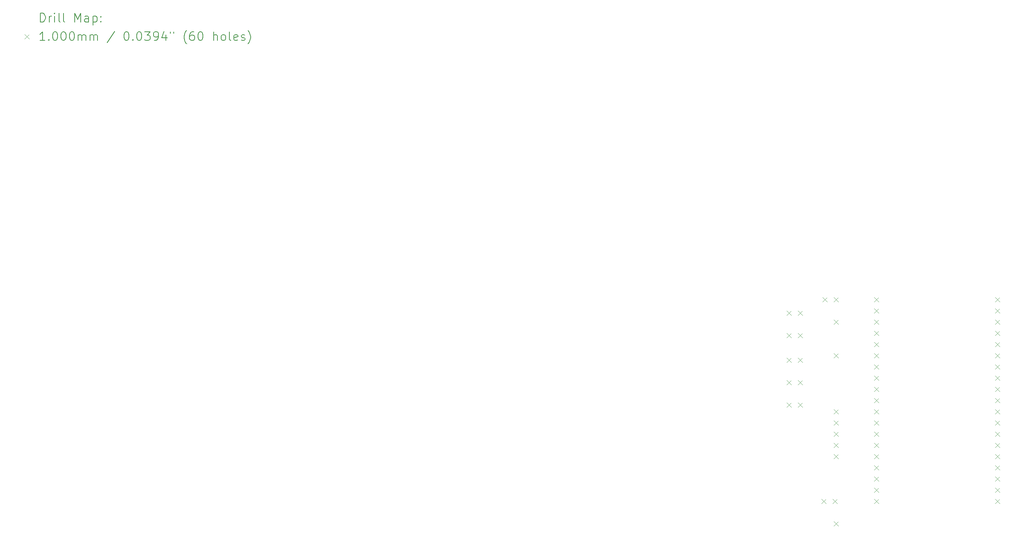
<source format=gbr>
%TF.GenerationSoftware,KiCad,Pcbnew,(6.0.7)*%
%TF.CreationDate,2022-12-08T14:28:34+01:00*%
%TF.ProjectId,_autosave-ExoTool,5f617574-6f73-4617-9665-2d45786f546f,rev?*%
%TF.SameCoordinates,Original*%
%TF.FileFunction,Drillmap*%
%TF.FilePolarity,Positive*%
%FSLAX45Y45*%
G04 Gerber Fmt 4.5, Leading zero omitted, Abs format (unit mm)*
G04 Created by KiCad (PCBNEW (6.0.7)) date 2022-12-08 14:28:34*
%MOMM*%
%LPD*%
G01*
G04 APERTURE LIST*
%ADD10C,0.200000*%
%ADD11C,0.100000*%
G04 APERTURE END LIST*
D10*
D11*
X17171200Y-6858800D02*
X17271200Y-6958800D01*
X17271200Y-6858800D02*
X17171200Y-6958800D01*
X17171200Y-7366800D02*
X17271200Y-7466800D01*
X17271200Y-7366800D02*
X17171200Y-7466800D01*
X17171200Y-7925600D02*
X17271200Y-8025600D01*
X17271200Y-7925600D02*
X17171200Y-8025600D01*
X17171200Y-8433600D02*
X17271200Y-8533600D01*
X17271200Y-8433600D02*
X17171200Y-8533600D01*
X17171200Y-8941600D02*
X17271200Y-9041600D01*
X17271200Y-8941600D02*
X17171200Y-9041600D01*
X17425200Y-6858800D02*
X17525200Y-6958800D01*
X17525200Y-6858800D02*
X17425200Y-6958800D01*
X17425200Y-7366800D02*
X17525200Y-7466800D01*
X17525200Y-7366800D02*
X17425200Y-7466800D01*
X17425200Y-7925600D02*
X17525200Y-8025600D01*
X17525200Y-7925600D02*
X17425200Y-8025600D01*
X17425200Y-8433600D02*
X17525200Y-8533600D01*
X17525200Y-8433600D02*
X17425200Y-8533600D01*
X17425200Y-8941600D02*
X17525200Y-9041600D01*
X17525200Y-8941600D02*
X17425200Y-9041600D01*
X17959100Y-11126000D02*
X18059100Y-11226000D01*
X18059100Y-11126000D02*
X17959100Y-11226000D01*
X17984000Y-6554000D02*
X18084000Y-6654000D01*
X18084000Y-6554000D02*
X17984000Y-6654000D01*
X18213100Y-11126000D02*
X18313100Y-11226000D01*
X18313100Y-11126000D02*
X18213100Y-11226000D01*
X18238000Y-6554000D02*
X18338000Y-6654000D01*
X18338000Y-6554000D02*
X18238000Y-6654000D01*
X18238000Y-7062000D02*
X18338000Y-7162000D01*
X18338000Y-7062000D02*
X18238000Y-7162000D01*
X18238000Y-7824000D02*
X18338000Y-7924000D01*
X18338000Y-7824000D02*
X18238000Y-7924000D01*
X18238000Y-9094000D02*
X18338000Y-9194000D01*
X18338000Y-9094000D02*
X18238000Y-9194000D01*
X18238000Y-9348000D02*
X18338000Y-9448000D01*
X18338000Y-9348000D02*
X18238000Y-9448000D01*
X18238000Y-9602000D02*
X18338000Y-9702000D01*
X18338000Y-9602000D02*
X18238000Y-9702000D01*
X18238000Y-9856000D02*
X18338000Y-9956000D01*
X18338000Y-9856000D02*
X18238000Y-9956000D01*
X18238000Y-10110000D02*
X18338000Y-10210000D01*
X18338000Y-10110000D02*
X18238000Y-10210000D01*
X18238000Y-11634000D02*
X18338000Y-11734000D01*
X18338000Y-11634000D02*
X18238000Y-11734000D01*
X19152400Y-6555000D02*
X19252400Y-6655000D01*
X19252400Y-6555000D02*
X19152400Y-6655000D01*
X19152400Y-6809000D02*
X19252400Y-6909000D01*
X19252400Y-6809000D02*
X19152400Y-6909000D01*
X19152400Y-7063000D02*
X19252400Y-7163000D01*
X19252400Y-7063000D02*
X19152400Y-7163000D01*
X19152400Y-7317000D02*
X19252400Y-7417000D01*
X19252400Y-7317000D02*
X19152400Y-7417000D01*
X19152400Y-7571000D02*
X19252400Y-7671000D01*
X19252400Y-7571000D02*
X19152400Y-7671000D01*
X19152400Y-7825000D02*
X19252400Y-7925000D01*
X19252400Y-7825000D02*
X19152400Y-7925000D01*
X19152400Y-8079000D02*
X19252400Y-8179000D01*
X19252400Y-8079000D02*
X19152400Y-8179000D01*
X19152400Y-8333000D02*
X19252400Y-8433000D01*
X19252400Y-8333000D02*
X19152400Y-8433000D01*
X19152400Y-8587000D02*
X19252400Y-8687000D01*
X19252400Y-8587000D02*
X19152400Y-8687000D01*
X19152400Y-8841000D02*
X19252400Y-8941000D01*
X19252400Y-8841000D02*
X19152400Y-8941000D01*
X19152400Y-9095000D02*
X19252400Y-9195000D01*
X19252400Y-9095000D02*
X19152400Y-9195000D01*
X19152400Y-9349000D02*
X19252400Y-9449000D01*
X19252400Y-9349000D02*
X19152400Y-9449000D01*
X19152400Y-9603000D02*
X19252400Y-9703000D01*
X19252400Y-9603000D02*
X19152400Y-9703000D01*
X19152400Y-9857000D02*
X19252400Y-9957000D01*
X19252400Y-9857000D02*
X19152400Y-9957000D01*
X19152400Y-10111000D02*
X19252400Y-10211000D01*
X19252400Y-10111000D02*
X19152400Y-10211000D01*
X19152400Y-10365000D02*
X19252400Y-10465000D01*
X19252400Y-10365000D02*
X19152400Y-10465000D01*
X19152400Y-10619000D02*
X19252400Y-10719000D01*
X19252400Y-10619000D02*
X19152400Y-10719000D01*
X19152400Y-10873000D02*
X19252400Y-10973000D01*
X19252400Y-10873000D02*
X19152400Y-10973000D01*
X19152400Y-11127000D02*
X19252400Y-11227000D01*
X19252400Y-11127000D02*
X19152400Y-11227000D01*
X21895600Y-6554000D02*
X21995600Y-6654000D01*
X21995600Y-6554000D02*
X21895600Y-6654000D01*
X21895600Y-6808000D02*
X21995600Y-6908000D01*
X21995600Y-6808000D02*
X21895600Y-6908000D01*
X21895600Y-7062000D02*
X21995600Y-7162000D01*
X21995600Y-7062000D02*
X21895600Y-7162000D01*
X21895600Y-7316000D02*
X21995600Y-7416000D01*
X21995600Y-7316000D02*
X21895600Y-7416000D01*
X21895600Y-7570000D02*
X21995600Y-7670000D01*
X21995600Y-7570000D02*
X21895600Y-7670000D01*
X21895600Y-7824000D02*
X21995600Y-7924000D01*
X21995600Y-7824000D02*
X21895600Y-7924000D01*
X21895600Y-8078000D02*
X21995600Y-8178000D01*
X21995600Y-8078000D02*
X21895600Y-8178000D01*
X21895600Y-8332000D02*
X21995600Y-8432000D01*
X21995600Y-8332000D02*
X21895600Y-8432000D01*
X21895600Y-8586000D02*
X21995600Y-8686000D01*
X21995600Y-8586000D02*
X21895600Y-8686000D01*
X21895600Y-8840000D02*
X21995600Y-8940000D01*
X21995600Y-8840000D02*
X21895600Y-8940000D01*
X21895600Y-9094000D02*
X21995600Y-9194000D01*
X21995600Y-9094000D02*
X21895600Y-9194000D01*
X21895600Y-9348000D02*
X21995600Y-9448000D01*
X21995600Y-9348000D02*
X21895600Y-9448000D01*
X21895600Y-9602000D02*
X21995600Y-9702000D01*
X21995600Y-9602000D02*
X21895600Y-9702000D01*
X21895600Y-9856000D02*
X21995600Y-9956000D01*
X21995600Y-9856000D02*
X21895600Y-9956000D01*
X21895600Y-10110000D02*
X21995600Y-10210000D01*
X21995600Y-10110000D02*
X21895600Y-10210000D01*
X21895600Y-10364000D02*
X21995600Y-10464000D01*
X21995600Y-10364000D02*
X21895600Y-10464000D01*
X21895600Y-10618000D02*
X21995600Y-10718000D01*
X21995600Y-10618000D02*
X21895600Y-10718000D01*
X21895600Y-10872000D02*
X21995600Y-10972000D01*
X21995600Y-10872000D02*
X21895600Y-10972000D01*
X21895600Y-11126000D02*
X21995600Y-11226000D01*
X21995600Y-11126000D02*
X21895600Y-11226000D01*
D10*
X257619Y-310476D02*
X257619Y-110476D01*
X305238Y-110476D01*
X333810Y-120000D01*
X352857Y-139048D01*
X362381Y-158095D01*
X371905Y-196190D01*
X371905Y-224762D01*
X362381Y-262857D01*
X352857Y-281905D01*
X333810Y-300952D01*
X305238Y-310476D01*
X257619Y-310476D01*
X457619Y-310476D02*
X457619Y-177143D01*
X457619Y-215238D02*
X467143Y-196190D01*
X476667Y-186667D01*
X495714Y-177143D01*
X514762Y-177143D01*
X581429Y-310476D02*
X581429Y-177143D01*
X581429Y-110476D02*
X571905Y-120000D01*
X581429Y-129524D01*
X590952Y-120000D01*
X581429Y-110476D01*
X581429Y-129524D01*
X705238Y-310476D02*
X686190Y-300952D01*
X676667Y-281905D01*
X676667Y-110476D01*
X810000Y-310476D02*
X790952Y-300952D01*
X781428Y-281905D01*
X781428Y-110476D01*
X1038571Y-310476D02*
X1038571Y-110476D01*
X1105238Y-253333D01*
X1171905Y-110476D01*
X1171905Y-310476D01*
X1352857Y-310476D02*
X1352857Y-205714D01*
X1343333Y-186667D01*
X1324286Y-177143D01*
X1286190Y-177143D01*
X1267143Y-186667D01*
X1352857Y-300952D02*
X1333810Y-310476D01*
X1286190Y-310476D01*
X1267143Y-300952D01*
X1257619Y-281905D01*
X1257619Y-262857D01*
X1267143Y-243809D01*
X1286190Y-234286D01*
X1333810Y-234286D01*
X1352857Y-224762D01*
X1448095Y-177143D02*
X1448095Y-377143D01*
X1448095Y-186667D02*
X1467143Y-177143D01*
X1505238Y-177143D01*
X1524286Y-186667D01*
X1533809Y-196190D01*
X1543333Y-215238D01*
X1543333Y-272381D01*
X1533809Y-291429D01*
X1524286Y-300952D01*
X1505238Y-310476D01*
X1467143Y-310476D01*
X1448095Y-300952D01*
X1629048Y-291429D02*
X1638571Y-300952D01*
X1629048Y-310476D01*
X1619524Y-300952D01*
X1629048Y-291429D01*
X1629048Y-310476D01*
X1629048Y-186667D02*
X1638571Y-196190D01*
X1629048Y-205714D01*
X1619524Y-196190D01*
X1629048Y-186667D01*
X1629048Y-205714D01*
D11*
X-100000Y-590000D02*
X0Y-690000D01*
X0Y-590000D02*
X-100000Y-690000D01*
D10*
X362381Y-730476D02*
X248095Y-730476D01*
X305238Y-730476D02*
X305238Y-530476D01*
X286190Y-559048D01*
X267143Y-578095D01*
X248095Y-587619D01*
X448095Y-711428D02*
X457619Y-720952D01*
X448095Y-730476D01*
X438571Y-720952D01*
X448095Y-711428D01*
X448095Y-730476D01*
X581429Y-530476D02*
X600476Y-530476D01*
X619524Y-540000D01*
X629048Y-549524D01*
X638571Y-568571D01*
X648095Y-606667D01*
X648095Y-654286D01*
X638571Y-692381D01*
X629048Y-711428D01*
X619524Y-720952D01*
X600476Y-730476D01*
X581429Y-730476D01*
X562381Y-720952D01*
X552857Y-711428D01*
X543333Y-692381D01*
X533810Y-654286D01*
X533810Y-606667D01*
X543333Y-568571D01*
X552857Y-549524D01*
X562381Y-540000D01*
X581429Y-530476D01*
X771905Y-530476D02*
X790952Y-530476D01*
X810000Y-540000D01*
X819524Y-549524D01*
X829048Y-568571D01*
X838571Y-606667D01*
X838571Y-654286D01*
X829048Y-692381D01*
X819524Y-711428D01*
X810000Y-720952D01*
X790952Y-730476D01*
X771905Y-730476D01*
X752857Y-720952D01*
X743333Y-711428D01*
X733809Y-692381D01*
X724286Y-654286D01*
X724286Y-606667D01*
X733809Y-568571D01*
X743333Y-549524D01*
X752857Y-540000D01*
X771905Y-530476D01*
X962381Y-530476D02*
X981428Y-530476D01*
X1000476Y-540000D01*
X1010000Y-549524D01*
X1019524Y-568571D01*
X1029048Y-606667D01*
X1029048Y-654286D01*
X1019524Y-692381D01*
X1010000Y-711428D01*
X1000476Y-720952D01*
X981428Y-730476D01*
X962381Y-730476D01*
X943333Y-720952D01*
X933809Y-711428D01*
X924286Y-692381D01*
X914762Y-654286D01*
X914762Y-606667D01*
X924286Y-568571D01*
X933809Y-549524D01*
X943333Y-540000D01*
X962381Y-530476D01*
X1114762Y-730476D02*
X1114762Y-597143D01*
X1114762Y-616190D02*
X1124286Y-606667D01*
X1143333Y-597143D01*
X1171905Y-597143D01*
X1190952Y-606667D01*
X1200476Y-625714D01*
X1200476Y-730476D01*
X1200476Y-625714D02*
X1210000Y-606667D01*
X1229048Y-597143D01*
X1257619Y-597143D01*
X1276667Y-606667D01*
X1286190Y-625714D01*
X1286190Y-730476D01*
X1381429Y-730476D02*
X1381429Y-597143D01*
X1381429Y-616190D02*
X1390952Y-606667D01*
X1410000Y-597143D01*
X1438571Y-597143D01*
X1457619Y-606667D01*
X1467143Y-625714D01*
X1467143Y-730476D01*
X1467143Y-625714D02*
X1476667Y-606667D01*
X1495714Y-597143D01*
X1524286Y-597143D01*
X1543333Y-606667D01*
X1552857Y-625714D01*
X1552857Y-730476D01*
X1943333Y-520952D02*
X1771905Y-778095D01*
X2200476Y-530476D02*
X2219524Y-530476D01*
X2238571Y-540000D01*
X2248095Y-549524D01*
X2257619Y-568571D01*
X2267143Y-606667D01*
X2267143Y-654286D01*
X2257619Y-692381D01*
X2248095Y-711428D01*
X2238571Y-720952D01*
X2219524Y-730476D01*
X2200476Y-730476D01*
X2181429Y-720952D01*
X2171905Y-711428D01*
X2162381Y-692381D01*
X2152857Y-654286D01*
X2152857Y-606667D01*
X2162381Y-568571D01*
X2171905Y-549524D01*
X2181429Y-540000D01*
X2200476Y-530476D01*
X2352857Y-711428D02*
X2362381Y-720952D01*
X2352857Y-730476D01*
X2343333Y-720952D01*
X2352857Y-711428D01*
X2352857Y-730476D01*
X2486190Y-530476D02*
X2505238Y-530476D01*
X2524286Y-540000D01*
X2533810Y-549524D01*
X2543333Y-568571D01*
X2552857Y-606667D01*
X2552857Y-654286D01*
X2543333Y-692381D01*
X2533810Y-711428D01*
X2524286Y-720952D01*
X2505238Y-730476D01*
X2486190Y-730476D01*
X2467143Y-720952D01*
X2457619Y-711428D01*
X2448095Y-692381D01*
X2438571Y-654286D01*
X2438571Y-606667D01*
X2448095Y-568571D01*
X2457619Y-549524D01*
X2467143Y-540000D01*
X2486190Y-530476D01*
X2619524Y-530476D02*
X2743333Y-530476D01*
X2676667Y-606667D01*
X2705238Y-606667D01*
X2724286Y-616190D01*
X2733810Y-625714D01*
X2743333Y-644762D01*
X2743333Y-692381D01*
X2733810Y-711428D01*
X2724286Y-720952D01*
X2705238Y-730476D01*
X2648095Y-730476D01*
X2629048Y-720952D01*
X2619524Y-711428D01*
X2838571Y-730476D02*
X2876667Y-730476D01*
X2895714Y-720952D01*
X2905238Y-711428D01*
X2924286Y-682857D01*
X2933809Y-644762D01*
X2933809Y-568571D01*
X2924286Y-549524D01*
X2914762Y-540000D01*
X2895714Y-530476D01*
X2857619Y-530476D01*
X2838571Y-540000D01*
X2829048Y-549524D01*
X2819524Y-568571D01*
X2819524Y-616190D01*
X2829048Y-635238D01*
X2838571Y-644762D01*
X2857619Y-654286D01*
X2895714Y-654286D01*
X2914762Y-644762D01*
X2924286Y-635238D01*
X2933809Y-616190D01*
X3105238Y-597143D02*
X3105238Y-730476D01*
X3057619Y-520952D02*
X3010000Y-663810D01*
X3133809Y-663810D01*
X3200476Y-530476D02*
X3200476Y-568571D01*
X3276667Y-530476D02*
X3276667Y-568571D01*
X3571905Y-806667D02*
X3562381Y-797143D01*
X3543333Y-768571D01*
X3533809Y-749524D01*
X3524286Y-720952D01*
X3514762Y-673333D01*
X3514762Y-635238D01*
X3524286Y-587619D01*
X3533809Y-559048D01*
X3543333Y-540000D01*
X3562381Y-511428D01*
X3571905Y-501905D01*
X3733809Y-530476D02*
X3695714Y-530476D01*
X3676667Y-540000D01*
X3667143Y-549524D01*
X3648095Y-578095D01*
X3638571Y-616190D01*
X3638571Y-692381D01*
X3648095Y-711428D01*
X3657619Y-720952D01*
X3676667Y-730476D01*
X3714762Y-730476D01*
X3733809Y-720952D01*
X3743333Y-711428D01*
X3752857Y-692381D01*
X3752857Y-644762D01*
X3743333Y-625714D01*
X3733809Y-616190D01*
X3714762Y-606667D01*
X3676667Y-606667D01*
X3657619Y-616190D01*
X3648095Y-625714D01*
X3638571Y-644762D01*
X3876667Y-530476D02*
X3895714Y-530476D01*
X3914762Y-540000D01*
X3924286Y-549524D01*
X3933809Y-568571D01*
X3943333Y-606667D01*
X3943333Y-654286D01*
X3933809Y-692381D01*
X3924286Y-711428D01*
X3914762Y-720952D01*
X3895714Y-730476D01*
X3876667Y-730476D01*
X3857619Y-720952D01*
X3848095Y-711428D01*
X3838571Y-692381D01*
X3829048Y-654286D01*
X3829048Y-606667D01*
X3838571Y-568571D01*
X3848095Y-549524D01*
X3857619Y-540000D01*
X3876667Y-530476D01*
X4181428Y-730476D02*
X4181428Y-530476D01*
X4267143Y-730476D02*
X4267143Y-625714D01*
X4257619Y-606667D01*
X4238571Y-597143D01*
X4210000Y-597143D01*
X4190952Y-606667D01*
X4181428Y-616190D01*
X4390952Y-730476D02*
X4371905Y-720952D01*
X4362381Y-711428D01*
X4352857Y-692381D01*
X4352857Y-635238D01*
X4362381Y-616190D01*
X4371905Y-606667D01*
X4390952Y-597143D01*
X4419524Y-597143D01*
X4438571Y-606667D01*
X4448095Y-616190D01*
X4457619Y-635238D01*
X4457619Y-692381D01*
X4448095Y-711428D01*
X4438571Y-720952D01*
X4419524Y-730476D01*
X4390952Y-730476D01*
X4571905Y-730476D02*
X4552857Y-720952D01*
X4543333Y-701905D01*
X4543333Y-530476D01*
X4724286Y-720952D02*
X4705238Y-730476D01*
X4667143Y-730476D01*
X4648095Y-720952D01*
X4638571Y-701905D01*
X4638571Y-625714D01*
X4648095Y-606667D01*
X4667143Y-597143D01*
X4705238Y-597143D01*
X4724286Y-606667D01*
X4733810Y-625714D01*
X4733810Y-644762D01*
X4638571Y-663810D01*
X4810000Y-720952D02*
X4829048Y-730476D01*
X4867143Y-730476D01*
X4886190Y-720952D01*
X4895714Y-701905D01*
X4895714Y-692381D01*
X4886190Y-673333D01*
X4867143Y-663810D01*
X4838571Y-663810D01*
X4819524Y-654286D01*
X4810000Y-635238D01*
X4810000Y-625714D01*
X4819524Y-606667D01*
X4838571Y-597143D01*
X4867143Y-597143D01*
X4886190Y-606667D01*
X4962381Y-806667D02*
X4971905Y-797143D01*
X4990952Y-768571D01*
X5000476Y-749524D01*
X5010000Y-720952D01*
X5019524Y-673333D01*
X5019524Y-635238D01*
X5010000Y-587619D01*
X5000476Y-559048D01*
X4990952Y-540000D01*
X4971905Y-511428D01*
X4962381Y-501905D01*
M02*

</source>
